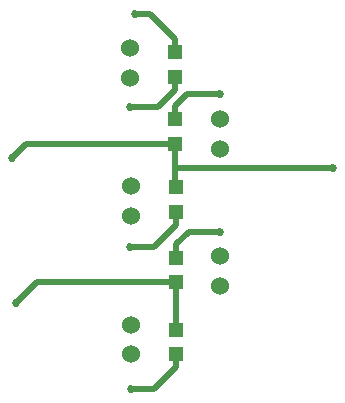
<source format=gbl>
G04 #@! TF.FileFunction,Copper,L2,Bot,Signal*
%FSLAX46Y46*%
G04 Gerber Fmt 4.6, Leading zero omitted, Abs format (unit mm)*
G04 Created by KiCad (PCBNEW 4.0.1-stable) date 3/12/2016 12:27:59 PM*
%MOMM*%
G01*
G04 APERTURE LIST*
%ADD10C,0.100000*%
%ADD11R,1.198880X1.198880*%
%ADD12C,1.524000*%
%ADD13C,0.685800*%
%ADD14C,0.508000*%
G04 APERTURE END LIST*
D10*
D11*
X106553000Y-93413580D03*
X106553000Y-95511620D03*
X106603800Y-104818180D03*
X106603800Y-106916220D03*
X106629200Y-116908580D03*
X106629200Y-119006620D03*
X106527600Y-101175820D03*
X106527600Y-99077780D03*
X106629200Y-112910620D03*
X106629200Y-110812580D03*
D12*
X102743000Y-93091000D03*
X102743000Y-95591000D03*
X102852800Y-104769600D03*
X102852800Y-107269600D03*
X102852800Y-116504400D03*
X102852800Y-119004400D03*
X110354800Y-101580000D03*
X110354800Y-99080000D03*
X110354800Y-113213200D03*
X110354800Y-110713200D03*
D13*
X119951500Y-103187500D03*
X93091000Y-114681000D03*
X92773500Y-102362000D03*
X103187500Y-90170000D03*
X102743000Y-98044000D03*
X102768400Y-109880400D03*
X102819200Y-121970800D03*
X110337600Y-96926400D03*
X110388400Y-108610400D03*
D14*
X106527600Y-103187500D02*
X106527600Y-104741980D01*
X106527600Y-101175820D02*
X106527600Y-103187500D01*
X106527600Y-103187500D02*
X119951500Y-103187500D01*
X106527600Y-104741980D02*
X106603800Y-104818180D01*
X106629200Y-116908580D02*
X106629200Y-112910620D01*
X94861380Y-112910620D02*
X93091000Y-114681000D01*
X106629200Y-112910620D02*
X94861380Y-112910620D01*
X106527600Y-101175820D02*
X93959680Y-101175820D01*
X93959680Y-101175820D02*
X92773500Y-102362000D01*
X106553000Y-93413580D02*
X106553000Y-92306140D01*
X106553000Y-92306140D02*
X104416860Y-90170000D01*
X104416860Y-90170000D02*
X103187500Y-90170000D01*
X106553000Y-95511620D02*
X106553000Y-96619060D01*
X106553000Y-96619060D02*
X105128060Y-98044000D01*
X105128060Y-98044000D02*
X103227933Y-98044000D01*
X103227933Y-98044000D02*
X102743000Y-98044000D01*
X102768400Y-109880400D02*
X104747060Y-109880400D01*
X104747060Y-109880400D02*
X106603800Y-108023660D01*
X106603800Y-108023660D02*
X106603800Y-106916220D01*
X102819200Y-121970800D02*
X104772460Y-121970800D01*
X106629200Y-120114060D02*
X106629200Y-119006620D01*
X104772460Y-121970800D02*
X106629200Y-120114060D01*
X110337600Y-96926400D02*
X107571540Y-96926400D01*
X107571540Y-96926400D02*
X106527600Y-97970340D01*
X106527600Y-97970340D02*
X106527600Y-99077780D01*
X110388400Y-108610400D02*
X107723940Y-108610400D01*
X107723940Y-108610400D02*
X106629200Y-109705140D01*
X106629200Y-109705140D02*
X106629200Y-110812580D01*
M02*

</source>
